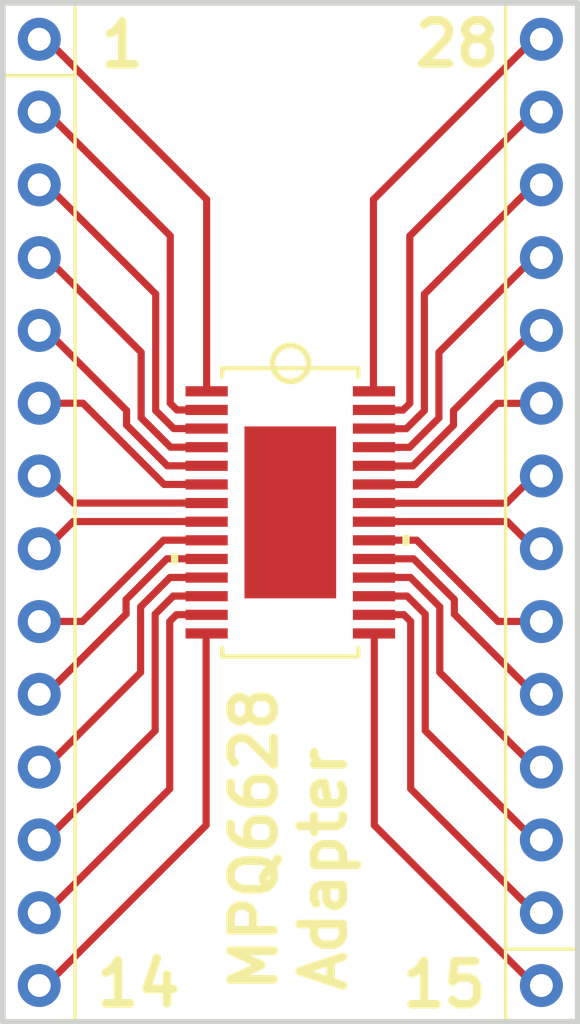
<source format=kicad_pcb>
(kicad_pcb (version 20221018) (generator pcbnew)
  (layers (0 "F.Cu" signal) (31 "B.Cu" signal) (34 "B.Paste" user) (35 "F.Paste" user) (36 "B.SilkS" user "B.Silkscreen") (37 "F.SilkS" user "F.Silkscreen") (38 "B.Mask" user) (39 "F.Mask" user) (44 "Edge.Cuts" user))
  (net 0 "")
  (footprint "Luminator:SIP-14" (layer "F.Cu") (at 47.752 43.434 90)
    (fp_text reference "REF**" hide)
    (fp_text value "SIP-14" hide)
    (fp_line (start -17.76 -1.25) (end 17.76 -1.25) (stroke (width 0.12)) (layer "F.SilkS"))
    (fp_line (start -17.76 1.25) (end -17.76 -1.25) (stroke (width 0.12)) (layer "F.SilkS"))
    (fp_line (start -15.24 -1.25) (end -15.24 1.25) (stroke (width 0.12)) (layer "F.SilkS"))
    (fp_line (start 17.76 -1.25) (end 17.76 1.25) (stroke (width 0.12)) (layer "F.SilkS"))
    (fp_line (start 17.76 1.25) (end -17.76 1.25) (stroke (width 0.12)) (layer "F.SilkS"))
    (pad "1" thru_hole circle (at -16.51 0 90) (size 1.5 1.5) (drill 0.8) (layers "*.Cu" "*.Mask"))
    (pad "2" thru_hole circle (at -13.97 0 90) (size 1.5 1.5) (drill 0.8) (layers "*.Cu" "*.Mask"))
    (pad "3" thru_hole circle (at -11.43 0 90) (size 1.5 1.5) (drill 0.8) (layers "*.Cu" "*.Mask"))
    (pad "4" thru_hole circle (at -8.89 0 90) (size 1.5 1.5) (drill 0.8) (layers "*.Cu" "*.Mask"))
    (pad "5" thru_hole circle (at -6.35 0 90) (size 1.5 1.5) (drill 0.8) (layers "*.Cu" "*.Mask"))
    (pad "6" thru_hole circle (at -3.81 0 90) (size 1.5 1.5) (drill 0.8) (layers "*.Cu" "*.Mask"))
    (pad "7" thru_hole circle (at -1.27 0 90) (size 1.5 1.5) (drill 0.8) (layers "*.Cu" "*.Mask"))
    (pad "8" thru_hole circle (at 1.27 0 90) (size 1.5 1.5) (drill 0.8) (layers "*.Cu" "*.Mask"))
    (pad "9" thru_hole circle (at 3.81 0 90) (size 1.5 1.5) (drill 0.8) (layers "*.Cu" "*.Mask"))
    (pad "10" thru_hole circle (at 6.35 0 90) (size 1.5 1.5) (drill 0.8) (layers "*.Cu" "*.Mask"))
    (pad "11" thru_hole circle (at 8.89 0 90) (size 1.5 1.5) (drill 0.8) (layers "*.Cu" "*.Mask"))
    (pad "12" thru_hole circle (at 11.43 0 90) (size 1.5 1.5) (drill 0.8) (layers "*.Cu" "*.Mask"))
    (pad "13" thru_hole circle (at 13.97 0 90) (size 1.5 1.5) (drill 0.8) (layers "*.Cu" "*.Mask"))
    (pad "14" thru_hole circle (at 16.51 0 90) (size 1.5 1.5) (drill 0.8) (layers "*.Cu" "*.Mask"))
  )
  (footprint "Luminator:SIP-14" (layer "F.Cu") (at 30.226 43.434 -90)
    (fp_text reference "REF**" hide)
    (fp_text value "SIP-14" hide)
    (fp_line (start -17.76 -1.25) (end 17.76 -1.25) (stroke (width 0.12)) (layer "F.SilkS"))
    (fp_line (start -17.76 1.25) (end -17.76 -1.25) (stroke (width 0.12)) (layer "F.SilkS"))
    (fp_line (start -15.24 -1.25) (end -15.24 1.25) (stroke (width 0.12)) (layer "F.SilkS"))
    (fp_line (start 17.76 -1.25) (end 17.76 1.25) (stroke (width 0.12)) (layer "F.SilkS"))
    (fp_line (start 17.76 1.25) (end -17.76 1.25) (stroke (width 0.12)) (layer "F.SilkS"))
    (pad "1" thru_hole circle (at -16.51 0 270) (size 1.5 1.5) (drill 0.8) (layers "*.Cu" "*.Mask"))
    (pad "2" thru_hole circle (at -13.97 0 270) (size 1.5 1.5) (drill 0.8) (layers "*.Cu" "*.Mask"))
    (pad "3" thru_hole circle (at -11.43 0 270) (size 1.5 1.5) (drill 0.8) (layers "*.Cu" "*.Mask"))
    (pad "4" thru_hole circle (at -8.89 0 270) (size 1.5 1.5) (drill 0.8) (layers "*.Cu" "*.Mask"))
    (pad "5" thru_hole circle (at -6.35 0 270) (size 1.5 1.5) (drill 0.8) (layers "*.Cu" "*.Mask"))
    (pad "6" thru_hole circle (at -3.81 0 270) (size 1.5 1.5) (drill 0.8) (layers "*.Cu" "*.Mask"))
    (pad "7" thru_hole circle (at -1.27 0 270) (size 1.5 1.5) (drill 0.8) (layers "*.Cu" "*.Mask"))
    (pad "8" thru_hole circle (at 1.27 0 270) (size 1.5 1.5) (drill 0.8) (layers "*.Cu" "*.Mask"))
    (pad "9" thru_hole circle (at 3.81 0 270) (size 1.5 1.5) (drill 0.8) (layers "*.Cu" "*.Mask"))
    (pad "10" thru_hole circle (at 6.35 0 270) (size 1.5 1.5) (drill 0.8) (layers "*.Cu" "*.Mask"))
    (pad "11" thru_hole circle (at 8.89 0 270) (size 1.5 1.5) (drill 0.8) (layers "*.Cu" "*.Mask"))
    (pad "12" thru_hole circle (at 11.43 0 270) (size 1.5 1.5) (drill 0.8) (layers "*.Cu" "*.Mask"))
    (pad "13" thru_hole circle (at 13.97 0 270) (size 1.5 1.5) (drill 0.8) (layers "*.Cu" "*.Mask"))
    (pad "14" thru_hole circle (at 16.51 0 270) (size 1.5 1.5) (drill 0.8) (layers "*.Cu" "*.Mask"))
  )
  (footprint "Luminator:TSSOP-28EP_MPQ6628_MNP" (layer "F.Cu") (at 38.989 43.434)
    (fp_text reference "REF**" hide)
    (fp_text value "TSSOP-28EP_MPQ6628_MNP" hide)
    (fp_line (start -2.3749 -5.0292) (end -2.3749 -4.73554) (stroke (width 0.1524)) (layer "F.SilkS"))
    (fp_line (start -2.3749 4.735538) (end -2.3749 5.0292) (stroke (width 0.1524)) (layer "F.SilkS"))
    (fp_line (start -2.3749 5.0292) (end 2.3749 5.0292) (stroke (width 0.1524)) (layer "F.SilkS"))
    (fp_line (start 2.3749 -5.0292) (end -2.3749 -5.0292) (stroke (width 0.1524)) (layer "F.SilkS"))
    (fp_line (start 2.3749 -4.73554) (end 2.3749 -5.0292) (stroke (width 0.1524)) (layer "F.SilkS"))
    (fp_line (start 2.3749 5.0292) (end 2.3749 4.73554) (stroke (width 0.1524)) (layer "F.SilkS"))
    (fp_poly (pts (xy -4.1656 1.434498) (xy -4.1656 1.815498) (xy -3.9116 1.815498) (xy -3.9116 1.434498)) (fill solid) (layer "F.SilkS"))
    (fp_poly (pts (xy 4.1656 0.784499) (xy 4.1656 1.165499) (xy 3.9116 1.165499) (xy 3.9116 0.784499)) (fill solid) (layer "F.SilkS"))
    (pad "1" smd rect (at -2.921 -4.225) (size 1.4732 0.3556) (layers "F.Cu" "F.Paste" "F.Mask"))
    (pad "2" smd rect (at -2.921 -3.574999) (size 1.4732 0.3556) (layers "F.Cu" "F.Paste" "F.Mask"))
    (pad "3" smd rect (at -2.921 -2.925) (size 1.4732 0.3556) (layers "F.Cu" "F.Paste" "F.Mask"))
    (pad "4" smd rect (at -2.921 -2.274999) (size 1.4732 0.3556) (layers "F.Cu" "F.Paste" "F.Mask"))
    (pad "5" smd rect (at -2.921 -1.625001) (size 1.4732 0.3556) (layers "F.Cu" "F.Paste" "F.Mask"))
    (pad "6" smd rect (at -2.921 -0.974999) (size 1.4732 0.3556) (layers "F.Cu" "F.Paste" "F.Mask"))
    (pad "7" smd rect (at -2.921 -0.325001) (size 1.4732 0.3556) (layers "F.Cu" "F.Paste" "F.Mask"))
    (pad "8" smd rect (at -2.921 0.324998) (size 1.4732 0.3556) (layers "F.Cu" "F.Paste" "F.Mask"))
    (pad "9" smd rect (at -2.921 0.974999) (size 1.4732 0.3556) (layers "F.Cu" "F.Paste" "F.Mask"))
    (pad "10" smd rect (at -2.921 1.624998) (size 1.4732 0.3556) (layers "F.Cu" "F.Paste" "F.Mask"))
    (pad "11" smd rect (at -2.921 2.274999) (size 1.4732 0.3556) (layers "F.Cu" "F.Paste" "F.Mask"))
    (pad "12" smd rect (at -2.921 2.924998) (size 1.4732 0.3556) (layers "F.Cu" "F.Paste" "F.Mask"))
    (pad "13" smd rect (at -2.921 3.574999) (size 1.4732 0.3556) (layers "F.Cu" "F.Paste" "F.Mask"))
    (pad "14" smd rect (at -2.921 4.224998) (size 1.4732 0.3556) (layers "F.Cu" "F.Paste" "F.Mask"))
    (pad "15" smd rect (at 2.921 4.225) (size 1.4732 0.3556) (layers "F.Cu" "F.Paste" "F.Mask"))
    (pad "16" smd rect (at 2.921 3.574999) (size 1.4732 0.3556) (layers "F.Cu" "F.Paste" "F.Mask"))
    (pad "17" smd rect (at 2.921 2.925) (size 1.4732 0.3556) (layers "F.Cu" "F.Paste" "F.Mask"))
    (pad "18" smd rect (at 2.921 2.274999) (size 1.4732 0.3556) (layers "F.Cu" "F.Paste" "F.Mask"))
    (pad "19" smd rect (at 2.921 1.625001) (size 1.4732 0.3556) (layers "F.Cu" "F.Paste" "F.Mask"))
    (pad "20" smd rect (at 2.921 0.974999) (size 1.4732 0.3556) (layers "F.Cu" "F.Paste" "F.Mask"))
    (pad "21" smd rect (at 2.921 0.325001) (size 1.4732 0.3556) (layers "F.Cu" "F.Paste" "F.Mask"))
    (pad "22" smd rect (at 2.921 -0.325001) (size 1.4732 0.3556) (layers "F.Cu" "F.Paste" "F.Mask"))
    (pad "23" smd rect (at 2.921 -0.974999) (size 1.4732 0.3556) (layers "F.Cu" "F.Paste" "F.Mask"))
    (pad "24" smd rect (at 2.921 -1.625001) (size 1.4732 0.3556) (layers "F.Cu" "F.Paste" "F.Mask"))
    (pad "25" smd rect (at 2.921 -2.274999) (size 1.4732 0.3556) (layers "F.Cu" "F.Paste" "F.Mask"))
    (pad "26" smd rect (at 2.921 -2.925) (size 1.4732 0.3556) (layers "F.Cu" "F.Paste" "F.Mask"))
    (pad "27" smd rect (at 2.921 -3.574999) (size 1.4732 0.3556) (layers "F.Cu" "F.Paste" "F.Mask"))
    (pad "28" smd rect (at 2.921 -4.225) (size 1.4732 0.3556) (layers "F.Cu" "F.Paste" "F.Mask"))
    (pad "29" smd rect (at 0 0) (size 3.200001 6.000001) (layers "F.Cu" "F.Mask"))
  )
  (gr_circle (center 38.996077 38.234077) (end 39.624 38.234077) (stroke (width 0.2)) (fill none) (layer "F.SilkS"))
  (gr_rect (start 28.956 25.654) (end 49.022 61.214) (stroke (width 0.2)) (fill none) (layer "Edge.Cuts"))
  (gr_text "MPQ6628\nAdapter" (at 41.02 60.284 90) (layer "F.SilkS") (effects (font (size 1.5 1.5) (thickness 0.3) bold) (justify left bottom)))
  (gr_text "14" (at 32.06 60.764) (layer "F.SilkS") (effects (font (size 1.5 1.5) (thickness 0.3) bold) (justify left bottom)))
  (gr_text "15" (at 42.74 60.794) (layer "F.SilkS") (effects (font (size 1.5 1.5) (thickness 0.3) bold) (justify left bottom)))
  (gr_text "1" (at 32.21 27.994) (layer "F.SilkS") (effects (font (size 1.5 1.5) (thickness 0.3) bold) (justify left bottom)))
  (gr_text "28\n" (at 43.18 27.964) (layer "F.SilkS") (effects (font (size 1.5 1.5) (thickness 0.3) bold) (justify left bottom)))
  (segment (start 43.698 51.049001) (end 43.698 46.985001) (width 0.25) (layer "F.Cu") (net 0))
  (segment (start 36.05 45.704) (end 34.791001 45.704) (width 0.25) (layer "F.Cu") (net 0))
  (segment (start 36.068 32.512) (end 30.48 26.924) (width 0.25) (layer "F.Cu") (net 0))
  (segment (start 36.068 42.459001) (end 34.585001 42.459001) (width 0.25) (layer "F.Cu") (net 0))
  (segment (start 31.732 47.239001) (end 30.462 47.239001) (width 0.25) (layer "F.Cu") (net 0))
  (segment (start 44.206 49.017001) (end 47.508 52.319001) (width 0.25) (layer "F.Cu") (net 0))
  (segment (start 35.015001 47.004) (end 34.78 47.239001) (width 0.25) (layer "F.Cu") (net 0))
  (segment (start 36.068 41.159001) (end 34.809001 41.159001) (width 0.25) (layer "F.Cu") (net 0))
  (segment (start 36.068 41.808999) (end 34.696999 41.808999) (width 0.25) (layer "F.Cu") (net 0))
  (segment (start 31.424999 43.108999) (end 30.48 42.164) (width 0.25) (layer "F.Cu") (net 0))
  (segment (start 35.033001 39.859001) (end 34.798 39.624) (width 0.25) (layer "F.Cu") (net 0))
  (segment (start 41.92 43.754002) (end 46.563001 43.754002) (width 0.25) (layer "F.Cu") (net 0))
  (segment (start 41.92 47.004) (end 42.954999 47.004) (width 0.25) (layer "F.Cu") (net 0))
  (segment (start 36.05 44.404) (end 34.567001 44.404) (width 0.25) (layer "F.Cu") (net 0))
  (segment (start 41.89 43.113998) (end 46.533001 43.113998) (width 0.25) (layer "F.Cu") (net 0))
  (segment (start 47.508 54.859001) (end 43.698 51.049001) (width 0.25) (layer "F.Cu") (net 0))
  (segment (start 41.89 41.813998) (end 43.261001 41.813998) (width 0.25) (layer "F.Cu") (net 0))
  (segment (start 34.696999 41.808999) (end 33.274 40.386) (width 0.25) (layer "F.Cu") (net 0))
  (segment (start 30.48 32.004) (end 34.29 35.814) (width 0.25) (layer "F.Cu") (net 0))
  (segment (start 36.05 47.004) (end 35.015001 47.004) (width 0.25) (layer "F.Cu") (net 0))
  (segment (start 43.668 39.882999) (end 43.037 40.513999) (width 0.25) (layer "F.Cu") (net 0))
  (segment (start 43.067 46.354001) (end 41.92 46.354001) (width 0.25) (layer "F.Cu") (net 0))
  (segment (start 34.272 51.049001) (end 34.272 46.985001) (width 0.25) (layer "F.Cu") (net 0))
  (segment (start 33.764 49.017001) (end 30.462 52.319001) (width 0.25) (layer "F.Cu") (net 0))
  (segment (start 34.809001 41.159001) (end 33.782 40.132) (width 0.25) (layer "F.Cu") (net 0))
  (segment (start 34.29 35.814) (end 34.29 39.878) (width 0.25) (layer "F.Cu") (net 0))
  (segment (start 44.206 46.731001) (end 44.206 49.017001) (width 0.25) (layer "F.Cu") (net 0))
  (segment (start 41.89 41.164) (end 43.148999 41.164) (width 0.25) (layer "F.Cu") (net 0))
  (segment (start 41.89 39.864) (end 42.924999 39.864) (width 0.25) (layer "F.Cu") (net 0))
  (segment (start 34.78 53.081001) (end 30.462 57.399001) (width 0.25) (layer "F.Cu") (net 0))
  (segment (start 33.782 40.132) (end 33.782 37.846) (width 0.25) (layer "F.Cu") (net 0))
  (segment (start 47.478 32.008999) (end 43.668 35.818999) (width 0.25) (layer "F.Cu") (net 0))
  (segment (start 34.78 47.239001) (end 34.78 53.081001) (width 0.25) (layer "F.Cu") (net 0))
  (segment (start 33.256 46.477001) (end 33.256 46.985001) (width 0.25) (layer "F.Cu") (net 0))
  (segment (start 43.372999 42.464) (end 46.208 39.628999) (width 0.25) (layer "F.Cu") (net 0))
  (segment (start 41.89 32.516999) (end 47.478 26.928999) (width 0.25) (layer "F.Cu") (net 0))
  (segment (start 34.678999 45.054002) (end 33.256 46.477001) (width 0.25) (layer "F.Cu") (net 0))
  (segment (start 36.05 47.654001) (end 36.05 54.351001) (width 0.25) (layer "F.Cu") (net 0))
  (segment (start 41.89 42.464) (end 43.372999 42.464) (width 0.25) (layer "F.Cu") (net 0))
  (segment (start 36.068 39.859001) (end 35.033001 39.859001) (width 0.25) (layer "F.Cu") (net 0))
  (segment (start 43.037 40.513999) (end 41.89 40.513999) (width 0.25) (layer "F.Cu") (net 0))
  (segment (start 34.791001 45.704) (end 33.764 46.731001) (width 0.25) (layer "F.Cu") (net 0))
  (segment (start 41.92 45.704) (end 43.178999 45.704) (width 0.25) (layer "F.Cu") (net 0))
  (segment (start 30.462 54.859001) (end 34.272 51.049001) (width 0.25) (layer "F.Cu") (net 0))
  (segment (start 33.256 46.985001) (end 30.462 49.779001) (width 0.25) (layer "F.Cu") (net 0))
  (segment (start 44.176 40.136999) (end 44.176 37.850999) (width 0.25) (layer "F.Cu") (net 0))
  (segment (start 41.92 45.054002) (end 43.291001 45.054002) (width 0.25) (layer "F.Cu") (net 0))
  (segment (start 44.684 40.390999) (end 44.684 39.882999) (width 0.25) (layer "F.Cu") (net 0))
  (segment (start 34.798 33.782) (end 30.48 29.464) (width 0.25) (layer "F.Cu") (net 0))
  (segment (start 34.585001 42.459001) (end 31.75 39.624) (width 0.25) (layer "F.Cu") (net 0))
  (segment (start 33.782 37.846) (end 30.48 34.544) (width 0.25) (layer "F.Cu") (net 0))
  (segment (start 43.19 47.239001) (end 43.19 53.081001) (width 0.25) (layer "F.Cu") (net 0))
  (segment (start 34.567001 44.404) (end 31.732 47.239001) (width 0.25) (layer "F.Cu") (net 0))
  (segment (start 36.05 54.351001) (end 30.462 59.939001) (width 0.25) (layer "F.Cu") (net 0))
  (segment (start 41.89 39.213999) (end 41.89 32.516999) (width 0.25) (layer "F.Cu") (net 0))
  (segment (start 36.05 43.754002) (end 31.406999 43.754002) (width 0.25) (layer "F.Cu") (net 0))
  (segment (start 41.92 54.351001) (end 47.508 59.939001) (width 0.25) (layer "F.Cu") (net 0))
  (segment (start 43.698 46.985001) (end 43.067 46.354001) (width 0.25) (layer "F.Cu") (net 0))
  (segment (start 44.176 37.850999) (end 47.478 34.548999) (width 0.25) (layer "F.Cu") (net 0))
  (segment (start 42.924999 39.864) (end 43.16 39.628999) (width 0.25) (layer "F.Cu") (net 0))
  (segment (start 34.798 39.624) (end 34.798 33.782) (width 0.25) (layer "F.Cu") (net 0))
  (segment (start 33.274 40.386) (end 33.274 39.878) (width 0.25) (layer "F.Cu") (net 0))
  (segment (start 44.714 46.477001) (end 44.714 46.985001) (width 0.25) (layer "F.Cu") (net 0))
  (segment (start 41.92 44.404) (end 43.402999 44.404) (width 0.25) (layer "F.Cu") (net 0))
  (segment (start 34.29 39.878) (end 34.921 40.509) (width 0.25) (layer "F.Cu") (net 0))
  (segment (start 34.903 46.354001) (end 36.05 46.354001) (width 0.25) (layer "F.Cu") (net 0))
  (segment (start 43.178999 45.704) (end 44.206 46.731001) (width 0.25) (layer "F.Cu") (net 0))
  (segment (start 34.272 46.985001) (end 34.903 46.354001) (width 0.25) (layer "F.Cu") (net 0))
  (segment (start 46.533001 43.113998) (end 47.478 42.168999) (width 0.25) (layer "F.Cu") (net 0))
  (segment (start 43.16 33.786999) (end 47.478 29.468999) (width 0.25) (layer "F.Cu") (net 0))
  (segment (start 46.563001 43.754002) (end 47.508 44.699001) (width 0.25) (layer "F.Cu") (net 0))
  (segment (start 43.19 53.081001) (end 47.508 57.399001) (width 0.25) (layer "F.Cu") (net 0))
  (segment (start 46.238 47.239001) (end 47.508 47.239001) (width 0.25) (layer "F.Cu") (net 0))
  (segment (start 41.92 47.654001) (end 41.92 54.351001) (width 0.25) (layer "F.Cu") (net 0))
  (segment (start 43.16 39.628999) (end 43.16 33.786999) (width 0.25) (layer "F.Cu") (net 0))
  (segment (start 33.764 46.731001) (end 33.764 49.017001) (width 0.25) (layer "F.Cu") (net 0))
  (segment (start 31.406999 43.754002) (end 30.462 44.699001) (width 0.25) (layer "F.Cu") (net 0))
  (segment (start 44.684 39.882999) (end 47.478 37.088999) (width 0.25) (layer "F.Cu") (net 0))
  (segment (start 34.921 40.509) (end 36.068 40.509) (width 0.25) (layer "F.Cu") (net 0))
  (segment (start 43.261001 41.813998) (end 44.684 40.390999) (width 0.25) (layer "F.Cu") (net 0))
  (segment (start 33.274 39.878) (end 30.48 37.084) (width 0.25) (layer "F.Cu") (net 0))
  (segment (start 36.068 39.209) (end 36.068 32.512) (width 0.25) (layer "F.Cu") (net 0))
  (segment (start 46.208 39.628999) (end 47.478 39.628999) (width 0.25) (layer "F.Cu") (net 0))
  (segment (start 43.291001 45.054002) (end 44.714 46.477001) (width 0.25) (layer "F.Cu") (net 0))
  (segment (start 43.668 35.818999) (end 43.668 39.882999) (width 0.25) (layer "F.Cu") (net 0))
  (segment (start 43.148999 41.164) (end 44.176 40.136999) (width 0.25) (layer "F.Cu") (net 0))
  (segment (start 42.954999 47.004) (end 43.19 47.239001) (width 0.25) (layer "F.Cu") (net 0))
  (segment (start 36.068 43.108999) (end 31.424999 43.108999) (width 0.25) (layer "F.Cu") (net 0))
  (segment (start 31.75 39.624) (end 30.48 39.624) (width 0.25) (layer "F.Cu") (net 0))
  (segment (start 36.05 45.054002) (end 34.678999 45.054002) (width 0.25) (layer "F.Cu") (net 0))
  (segment (start 44.714 46.985001) (end 47.508 49.779001) (width 0.25) (layer "F.Cu") (net 0))
  (segment (start 43.402999 44.404) (end 46.238 47.239001) (width 0.25) (layer "F.Cu") (net 0))
)
</source>
